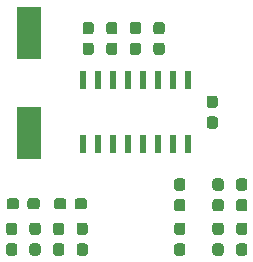
<source format=gtp>
G04 #@! TF.GenerationSoftware,KiCad,Pcbnew,(5.1.6)-1*
G04 #@! TF.CreationDate,2020-06-13T20:50:13+02:00*
G04 #@! TF.ProjectId,CS5490_Breakout,43533534-3930-45f4-9272-65616b6f7574,rev?*
G04 #@! TF.SameCoordinates,Original*
G04 #@! TF.FileFunction,Paste,Top*
G04 #@! TF.FilePolarity,Positive*
%FSLAX46Y46*%
G04 Gerber Fmt 4.6, Leading zero omitted, Abs format (unit mm)*
G04 Created by KiCad (PCBNEW (5.1.6)-1) date 2020-06-13 20:50:13*
%MOMM*%
%LPD*%
G01*
G04 APERTURE LIST*
%ADD10R,2.000000X4.500000*%
%ADD11R,0.600000X1.500000*%
G04 APERTURE END LIST*
G36*
G01*
X150762500Y-102100000D02*
X151237500Y-102100000D01*
G75*
G02*
X151475000Y-102337500I0J-237500D01*
G01*
X151475000Y-102912500D01*
G75*
G02*
X151237500Y-103150000I-237500J0D01*
G01*
X150762500Y-103150000D01*
G75*
G02*
X150525000Y-102912500I0J237500D01*
G01*
X150525000Y-102337500D01*
G75*
G02*
X150762500Y-102100000I237500J0D01*
G01*
G37*
G36*
G01*
X150762500Y-100350000D02*
X151237500Y-100350000D01*
G75*
G02*
X151475000Y-100587500I0J-237500D01*
G01*
X151475000Y-101162500D01*
G75*
G02*
X151237500Y-101400000I-237500J0D01*
G01*
X150762500Y-101400000D01*
G75*
G02*
X150525000Y-101162500I0J237500D01*
G01*
X150525000Y-100587500D01*
G75*
G02*
X150762500Y-100350000I237500J0D01*
G01*
G37*
G36*
G01*
X148762500Y-102100000D02*
X149237500Y-102100000D01*
G75*
G02*
X149475000Y-102337500I0J-237500D01*
G01*
X149475000Y-102912500D01*
G75*
G02*
X149237500Y-103150000I-237500J0D01*
G01*
X148762500Y-103150000D01*
G75*
G02*
X148525000Y-102912500I0J237500D01*
G01*
X148525000Y-102337500D01*
G75*
G02*
X148762500Y-102100000I237500J0D01*
G01*
G37*
G36*
G01*
X148762500Y-100350000D02*
X149237500Y-100350000D01*
G75*
G02*
X149475000Y-100587500I0J-237500D01*
G01*
X149475000Y-101162500D01*
G75*
G02*
X149237500Y-101400000I-237500J0D01*
G01*
X148762500Y-101400000D01*
G75*
G02*
X148525000Y-101162500I0J237500D01*
G01*
X148525000Y-100587500D01*
G75*
G02*
X148762500Y-100350000I237500J0D01*
G01*
G37*
G36*
G01*
X154512500Y-119100000D02*
X154987500Y-119100000D01*
G75*
G02*
X155225000Y-119337500I0J-237500D01*
G01*
X155225000Y-119912500D01*
G75*
G02*
X154987500Y-120150000I-237500J0D01*
G01*
X154512500Y-120150000D01*
G75*
G02*
X154275000Y-119912500I0J237500D01*
G01*
X154275000Y-119337500D01*
G75*
G02*
X154512500Y-119100000I237500J0D01*
G01*
G37*
G36*
G01*
X154512500Y-117350000D02*
X154987500Y-117350000D01*
G75*
G02*
X155225000Y-117587500I0J-237500D01*
G01*
X155225000Y-118162500D01*
G75*
G02*
X154987500Y-118400000I-237500J0D01*
G01*
X154512500Y-118400000D01*
G75*
G02*
X154275000Y-118162500I0J237500D01*
G01*
X154275000Y-117587500D01*
G75*
G02*
X154512500Y-117350000I237500J0D01*
G01*
G37*
G36*
G01*
X159762500Y-119100000D02*
X160237500Y-119100000D01*
G75*
G02*
X160475000Y-119337500I0J-237500D01*
G01*
X160475000Y-119912500D01*
G75*
G02*
X160237500Y-120150000I-237500J0D01*
G01*
X159762500Y-120150000D01*
G75*
G02*
X159525000Y-119912500I0J237500D01*
G01*
X159525000Y-119337500D01*
G75*
G02*
X159762500Y-119100000I237500J0D01*
G01*
G37*
G36*
G01*
X159762500Y-117350000D02*
X160237500Y-117350000D01*
G75*
G02*
X160475000Y-117587500I0J-237500D01*
G01*
X160475000Y-118162500D01*
G75*
G02*
X160237500Y-118400000I-237500J0D01*
G01*
X159762500Y-118400000D01*
G75*
G02*
X159525000Y-118162500I0J237500D01*
G01*
X159525000Y-117587500D01*
G75*
G02*
X159762500Y-117350000I237500J0D01*
G01*
G37*
G36*
G01*
X157762500Y-119100000D02*
X158237500Y-119100000D01*
G75*
G02*
X158475000Y-119337500I0J-237500D01*
G01*
X158475000Y-119912500D01*
G75*
G02*
X158237500Y-120150000I-237500J0D01*
G01*
X157762500Y-120150000D01*
G75*
G02*
X157525000Y-119912500I0J237500D01*
G01*
X157525000Y-119337500D01*
G75*
G02*
X157762500Y-119100000I237500J0D01*
G01*
G37*
G36*
G01*
X157762500Y-117350000D02*
X158237500Y-117350000D01*
G75*
G02*
X158475000Y-117587500I0J-237500D01*
G01*
X158475000Y-118162500D01*
G75*
G02*
X158237500Y-118400000I-237500J0D01*
G01*
X157762500Y-118400000D01*
G75*
G02*
X157525000Y-118162500I0J237500D01*
G01*
X157525000Y-117587500D01*
G75*
G02*
X157762500Y-117350000I237500J0D01*
G01*
G37*
G36*
G01*
X144262500Y-119100000D02*
X144737500Y-119100000D01*
G75*
G02*
X144975000Y-119337500I0J-237500D01*
G01*
X144975000Y-119912500D01*
G75*
G02*
X144737500Y-120150000I-237500J0D01*
G01*
X144262500Y-120150000D01*
G75*
G02*
X144025000Y-119912500I0J237500D01*
G01*
X144025000Y-119337500D01*
G75*
G02*
X144262500Y-119100000I237500J0D01*
G01*
G37*
G36*
G01*
X144262500Y-117350000D02*
X144737500Y-117350000D01*
G75*
G02*
X144975000Y-117587500I0J-237500D01*
G01*
X144975000Y-118162500D01*
G75*
G02*
X144737500Y-118400000I-237500J0D01*
G01*
X144262500Y-118400000D01*
G75*
G02*
X144025000Y-118162500I0J237500D01*
G01*
X144025000Y-117587500D01*
G75*
G02*
X144262500Y-117350000I237500J0D01*
G01*
G37*
G36*
G01*
X142262500Y-119100000D02*
X142737500Y-119100000D01*
G75*
G02*
X142975000Y-119337500I0J-237500D01*
G01*
X142975000Y-119912500D01*
G75*
G02*
X142737500Y-120150000I-237500J0D01*
G01*
X142262500Y-120150000D01*
G75*
G02*
X142025000Y-119912500I0J237500D01*
G01*
X142025000Y-119337500D01*
G75*
G02*
X142262500Y-119100000I237500J0D01*
G01*
G37*
G36*
G01*
X142262500Y-117350000D02*
X142737500Y-117350000D01*
G75*
G02*
X142975000Y-117587500I0J-237500D01*
G01*
X142975000Y-118162500D01*
G75*
G02*
X142737500Y-118400000I-237500J0D01*
G01*
X142262500Y-118400000D01*
G75*
G02*
X142025000Y-118162500I0J237500D01*
G01*
X142025000Y-117587500D01*
G75*
G02*
X142262500Y-117350000I237500J0D01*
G01*
G37*
G36*
G01*
X140757500Y-118400000D02*
X140282500Y-118400000D01*
G75*
G02*
X140045000Y-118162500I0J237500D01*
G01*
X140045000Y-117587500D01*
G75*
G02*
X140282500Y-117350000I237500J0D01*
G01*
X140757500Y-117350000D01*
G75*
G02*
X140995000Y-117587500I0J-237500D01*
G01*
X140995000Y-118162500D01*
G75*
G02*
X140757500Y-118400000I-237500J0D01*
G01*
G37*
G36*
G01*
X140757500Y-120150000D02*
X140282500Y-120150000D01*
G75*
G02*
X140045000Y-119912500I0J237500D01*
G01*
X140045000Y-119337500D01*
G75*
G02*
X140282500Y-119100000I237500J0D01*
G01*
X140757500Y-119100000D01*
G75*
G02*
X140995000Y-119337500I0J-237500D01*
G01*
X140995000Y-119912500D01*
G75*
G02*
X140757500Y-120150000I-237500J0D01*
G01*
G37*
G36*
G01*
X146262500Y-119100000D02*
X146737500Y-119100000D01*
G75*
G02*
X146975000Y-119337500I0J-237500D01*
G01*
X146975000Y-119912500D01*
G75*
G02*
X146737500Y-120150000I-237500J0D01*
G01*
X146262500Y-120150000D01*
G75*
G02*
X146025000Y-119912500I0J237500D01*
G01*
X146025000Y-119337500D01*
G75*
G02*
X146262500Y-119100000I237500J0D01*
G01*
G37*
G36*
G01*
X146262500Y-117350000D02*
X146737500Y-117350000D01*
G75*
G02*
X146975000Y-117587500I0J-237500D01*
G01*
X146975000Y-118162500D01*
G75*
G02*
X146737500Y-118400000I-237500J0D01*
G01*
X146262500Y-118400000D01*
G75*
G02*
X146025000Y-118162500I0J237500D01*
G01*
X146025000Y-117587500D01*
G75*
G02*
X146262500Y-117350000I237500J0D01*
G01*
G37*
G36*
G01*
X157262500Y-108350000D02*
X157737500Y-108350000D01*
G75*
G02*
X157975000Y-108587500I0J-237500D01*
G01*
X157975000Y-109162500D01*
G75*
G02*
X157737500Y-109400000I-237500J0D01*
G01*
X157262500Y-109400000D01*
G75*
G02*
X157025000Y-109162500I0J237500D01*
G01*
X157025000Y-108587500D01*
G75*
G02*
X157262500Y-108350000I237500J0D01*
G01*
G37*
G36*
G01*
X157262500Y-106600000D02*
X157737500Y-106600000D01*
G75*
G02*
X157975000Y-106837500I0J-237500D01*
G01*
X157975000Y-107412500D01*
G75*
G02*
X157737500Y-107650000I-237500J0D01*
G01*
X157262500Y-107650000D01*
G75*
G02*
X157025000Y-107412500I0J237500D01*
G01*
X157025000Y-106837500D01*
G75*
G02*
X157262500Y-106600000I237500J0D01*
G01*
G37*
G36*
G01*
X147237500Y-101400000D02*
X146762500Y-101400000D01*
G75*
G02*
X146525000Y-101162500I0J237500D01*
G01*
X146525000Y-100587500D01*
G75*
G02*
X146762500Y-100350000I237500J0D01*
G01*
X147237500Y-100350000D01*
G75*
G02*
X147475000Y-100587500I0J-237500D01*
G01*
X147475000Y-101162500D01*
G75*
G02*
X147237500Y-101400000I-237500J0D01*
G01*
G37*
G36*
G01*
X147237500Y-103150000D02*
X146762500Y-103150000D01*
G75*
G02*
X146525000Y-102912500I0J237500D01*
G01*
X146525000Y-102337500D01*
G75*
G02*
X146762500Y-102100000I237500J0D01*
G01*
X147237500Y-102100000D01*
G75*
G02*
X147475000Y-102337500I0J-237500D01*
G01*
X147475000Y-102912500D01*
G75*
G02*
X147237500Y-103150000I-237500J0D01*
G01*
G37*
G36*
G01*
X153237500Y-101400000D02*
X152762500Y-101400000D01*
G75*
G02*
X152525000Y-101162500I0J237500D01*
G01*
X152525000Y-100587500D01*
G75*
G02*
X152762500Y-100350000I237500J0D01*
G01*
X153237500Y-100350000D01*
G75*
G02*
X153475000Y-100587500I0J-237500D01*
G01*
X153475000Y-101162500D01*
G75*
G02*
X153237500Y-101400000I-237500J0D01*
G01*
G37*
G36*
G01*
X153237500Y-103150000D02*
X152762500Y-103150000D01*
G75*
G02*
X152525000Y-102912500I0J237500D01*
G01*
X152525000Y-102337500D01*
G75*
G02*
X152762500Y-102100000I237500J0D01*
G01*
X153237500Y-102100000D01*
G75*
G02*
X153475000Y-102337500I0J-237500D01*
G01*
X153475000Y-102912500D01*
G75*
G02*
X153237500Y-103150000I-237500J0D01*
G01*
G37*
G36*
G01*
X154512500Y-115350000D02*
X154987500Y-115350000D01*
G75*
G02*
X155225000Y-115587500I0J-237500D01*
G01*
X155225000Y-116162500D01*
G75*
G02*
X154987500Y-116400000I-237500J0D01*
G01*
X154512500Y-116400000D01*
G75*
G02*
X154275000Y-116162500I0J237500D01*
G01*
X154275000Y-115587500D01*
G75*
G02*
X154512500Y-115350000I237500J0D01*
G01*
G37*
G36*
G01*
X154512500Y-113600000D02*
X154987500Y-113600000D01*
G75*
G02*
X155225000Y-113837500I0J-237500D01*
G01*
X155225000Y-114412500D01*
G75*
G02*
X154987500Y-114650000I-237500J0D01*
G01*
X154512500Y-114650000D01*
G75*
G02*
X154275000Y-114412500I0J237500D01*
G01*
X154275000Y-113837500D01*
G75*
G02*
X154512500Y-113600000I237500J0D01*
G01*
G37*
G36*
G01*
X157762500Y-115350000D02*
X158237500Y-115350000D01*
G75*
G02*
X158475000Y-115587500I0J-237500D01*
G01*
X158475000Y-116162500D01*
G75*
G02*
X158237500Y-116400000I-237500J0D01*
G01*
X157762500Y-116400000D01*
G75*
G02*
X157525000Y-116162500I0J237500D01*
G01*
X157525000Y-115587500D01*
G75*
G02*
X157762500Y-115350000I237500J0D01*
G01*
G37*
G36*
G01*
X157762500Y-113600000D02*
X158237500Y-113600000D01*
G75*
G02*
X158475000Y-113837500I0J-237500D01*
G01*
X158475000Y-114412500D01*
G75*
G02*
X158237500Y-114650000I-237500J0D01*
G01*
X157762500Y-114650000D01*
G75*
G02*
X157525000Y-114412500I0J237500D01*
G01*
X157525000Y-113837500D01*
G75*
G02*
X157762500Y-113600000I237500J0D01*
G01*
G37*
G36*
G01*
X160237500Y-114650000D02*
X159762500Y-114650000D01*
G75*
G02*
X159525000Y-114412500I0J237500D01*
G01*
X159525000Y-113837500D01*
G75*
G02*
X159762500Y-113600000I237500J0D01*
G01*
X160237500Y-113600000D01*
G75*
G02*
X160475000Y-113837500I0J-237500D01*
G01*
X160475000Y-114412500D01*
G75*
G02*
X160237500Y-114650000I-237500J0D01*
G01*
G37*
G36*
G01*
X160237500Y-116400000D02*
X159762500Y-116400000D01*
G75*
G02*
X159525000Y-116162500I0J237500D01*
G01*
X159525000Y-115587500D01*
G75*
G02*
X159762500Y-115350000I237500J0D01*
G01*
X160237500Y-115350000D01*
G75*
G02*
X160475000Y-115587500I0J-237500D01*
G01*
X160475000Y-116162500D01*
G75*
G02*
X160237500Y-116400000I-237500J0D01*
G01*
G37*
G36*
G01*
X141850000Y-115987500D02*
X141850000Y-115512500D01*
G75*
G02*
X142087500Y-115275000I237500J0D01*
G01*
X142662500Y-115275000D01*
G75*
G02*
X142900000Y-115512500I0J-237500D01*
G01*
X142900000Y-115987500D01*
G75*
G02*
X142662500Y-116225000I-237500J0D01*
G01*
X142087500Y-116225000D01*
G75*
G02*
X141850000Y-115987500I0J237500D01*
G01*
G37*
G36*
G01*
X140100000Y-115987500D02*
X140100000Y-115512500D01*
G75*
G02*
X140337500Y-115275000I237500J0D01*
G01*
X140912500Y-115275000D01*
G75*
G02*
X141150000Y-115512500I0J-237500D01*
G01*
X141150000Y-115987500D01*
G75*
G02*
X140912500Y-116225000I-237500J0D01*
G01*
X140337500Y-116225000D01*
G75*
G02*
X140100000Y-115987500I0J237500D01*
G01*
G37*
G36*
G01*
X145850000Y-115987500D02*
X145850000Y-115512500D01*
G75*
G02*
X146087500Y-115275000I237500J0D01*
G01*
X146662500Y-115275000D01*
G75*
G02*
X146900000Y-115512500I0J-237500D01*
G01*
X146900000Y-115987500D01*
G75*
G02*
X146662500Y-116225000I-237500J0D01*
G01*
X146087500Y-116225000D01*
G75*
G02*
X145850000Y-115987500I0J237500D01*
G01*
G37*
G36*
G01*
X144100000Y-115987500D02*
X144100000Y-115512500D01*
G75*
G02*
X144337500Y-115275000I237500J0D01*
G01*
X144912500Y-115275000D01*
G75*
G02*
X145150000Y-115512500I0J-237500D01*
G01*
X145150000Y-115987500D01*
G75*
G02*
X144912500Y-116225000I-237500J0D01*
G01*
X144337500Y-116225000D01*
G75*
G02*
X144100000Y-115987500I0J237500D01*
G01*
G37*
D10*
X142000000Y-101250000D03*
X142000000Y-109750000D03*
D11*
X146555000Y-110700000D03*
X147825000Y-110700000D03*
X149095000Y-110700000D03*
X150365000Y-110700000D03*
X151635000Y-110700000D03*
X152905000Y-110700000D03*
X154175000Y-110700000D03*
X155445000Y-110700000D03*
X155445000Y-105300000D03*
X154175000Y-105300000D03*
X152905000Y-105300000D03*
X151635000Y-105300000D03*
X150365000Y-105300000D03*
X149095000Y-105300000D03*
X147825000Y-105300000D03*
X146555000Y-105300000D03*
M02*

</source>
